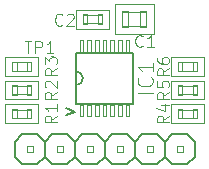
<source format=gto>
G04 #@! TF.FileFunction,Legend,Top*
%FSLAX46Y46*%
G04 Gerber Fmt 4.6, Leading zero omitted, Abs format (unit mm)*
G04 Created by KiCad (PCBNEW 4.0.1-stable) date 2017/03/04 23:15:11*
%MOMM*%
G01*
G04 APERTURE LIST*
%ADD10C,0.100000*%
%ADD11C,0.200000*%
%ADD12C,0.066040*%
%ADD13C,0.101600*%
%ADD14C,0.203200*%
%ADD15C,0.152400*%
%ADD16C,0.076200*%
%ADD17C,0.000001*%
G04 APERTURE END LIST*
D10*
D11*
X141719048Y-100114286D02*
X142480953Y-99828571D01*
X141719048Y-99542857D01*
D12*
X144797560Y-91601220D02*
X144449580Y-91601220D01*
X144449580Y-91601220D02*
X144449580Y-92398780D01*
X144797560Y-92398780D02*
X144449580Y-92398780D01*
X144797560Y-91601220D02*
X144797560Y-92398780D01*
X143550420Y-91601220D02*
X143202440Y-91601220D01*
X143202440Y-91601220D02*
X143202440Y-92398780D01*
X143550420Y-92398780D02*
X143202440Y-92398780D01*
X143550420Y-91601220D02*
X143550420Y-92398780D01*
X145399540Y-91202440D02*
X142600460Y-91202440D01*
X142600460Y-91202440D02*
X142600460Y-92797560D01*
X145399540Y-92797560D02*
X142600460Y-92797560D01*
X145399540Y-91202440D02*
X145399540Y-92797560D01*
D13*
X144723900Y-92347980D02*
X143276100Y-92347980D01*
X143276100Y-91652020D02*
X144723900Y-91652020D01*
D12*
X143201680Y-100197860D02*
X143201680Y-99247900D01*
X143201680Y-99247900D02*
X142901960Y-99247900D01*
X142901960Y-100197860D02*
X142901960Y-99247900D01*
X143201680Y-100197860D02*
X142901960Y-100197860D01*
X143851920Y-100197860D02*
X143851920Y-99247900D01*
X143851920Y-99247900D02*
X143552200Y-99247900D01*
X143552200Y-100197860D02*
X143552200Y-99247900D01*
X143851920Y-100197860D02*
X143552200Y-100197860D01*
X144502160Y-100197860D02*
X144502160Y-99247900D01*
X144502160Y-99247900D02*
X144202440Y-99247900D01*
X144202440Y-100197860D02*
X144202440Y-99247900D01*
X144502160Y-100197860D02*
X144202440Y-100197860D01*
X145149860Y-100197860D02*
X145149860Y-99247900D01*
X145149860Y-99247900D02*
X144850140Y-99247900D01*
X144850140Y-100197860D02*
X144850140Y-99247900D01*
X145149860Y-100197860D02*
X144850140Y-100197860D01*
X145797560Y-100197860D02*
X145797560Y-99247900D01*
X145797560Y-99247900D02*
X145497840Y-99247900D01*
X145497840Y-100197860D02*
X145497840Y-99247900D01*
X145797560Y-100197860D02*
X145497840Y-100197860D01*
X146447800Y-100197860D02*
X146447800Y-99247900D01*
X146447800Y-99247900D02*
X146148080Y-99247900D01*
X146148080Y-100197860D02*
X146148080Y-99247900D01*
X146447800Y-100197860D02*
X146148080Y-100197860D01*
X147098040Y-100197860D02*
X147098040Y-99247900D01*
X147098040Y-99247900D02*
X146798320Y-99247900D01*
X146798320Y-100197860D02*
X146798320Y-99247900D01*
X147098040Y-100197860D02*
X146798320Y-100197860D01*
X147098040Y-94752100D02*
X147098040Y-93802140D01*
X147098040Y-93802140D02*
X146798320Y-93802140D01*
X146798320Y-94752100D02*
X146798320Y-93802140D01*
X147098040Y-94752100D02*
X146798320Y-94752100D01*
X146447800Y-94752100D02*
X146447800Y-93802140D01*
X146447800Y-93802140D02*
X146148080Y-93802140D01*
X146148080Y-94752100D02*
X146148080Y-93802140D01*
X146447800Y-94752100D02*
X146148080Y-94752100D01*
X145797560Y-94752100D02*
X145797560Y-93802140D01*
X145797560Y-93802140D02*
X145497840Y-93802140D01*
X145497840Y-94752100D02*
X145497840Y-93802140D01*
X145797560Y-94752100D02*
X145497840Y-94752100D01*
X145149860Y-94752100D02*
X145149860Y-93802140D01*
X145149860Y-93802140D02*
X144850140Y-93802140D01*
X144850140Y-94752100D02*
X144850140Y-93802140D01*
X145149860Y-94752100D02*
X144850140Y-94752100D01*
X144502160Y-94752100D02*
X144502160Y-93802140D01*
X144502160Y-93802140D02*
X144202440Y-93802140D01*
X144202440Y-94752100D02*
X144202440Y-93802140D01*
X144502160Y-94752100D02*
X144202440Y-94752100D01*
X143851920Y-94752100D02*
X143851920Y-93802140D01*
X143851920Y-93802140D02*
X143552200Y-93802140D01*
X143552200Y-94752100D02*
X143552200Y-93802140D01*
X143851920Y-94752100D02*
X143552200Y-94752100D01*
X143201680Y-94752100D02*
X143201680Y-93802140D01*
X143201680Y-93802140D02*
X142901960Y-93802140D01*
X142901960Y-94752100D02*
X142901960Y-93802140D01*
X143201680Y-94752100D02*
X142901960Y-94752100D01*
D14*
X147446020Y-99146300D02*
X147446020Y-94853700D01*
X147446020Y-94853700D02*
X142553980Y-94853700D01*
X142553980Y-94853700D02*
X142553980Y-99146300D01*
X142553980Y-99146300D02*
X147446020Y-99146300D01*
X142553980Y-97599440D02*
G75*
G03X142553980Y-96400560I0J599440D01*
G01*
D12*
X148556000Y-103254000D02*
X149064000Y-103254000D01*
X149064000Y-103254000D02*
X149064000Y-102746000D01*
X148556000Y-102746000D02*
X149064000Y-102746000D01*
X148556000Y-103254000D02*
X148556000Y-102746000D01*
X146016000Y-103254000D02*
X146524000Y-103254000D01*
X146524000Y-103254000D02*
X146524000Y-102746000D01*
X146016000Y-102746000D02*
X146524000Y-102746000D01*
X146016000Y-103254000D02*
X146016000Y-102746000D01*
X143476000Y-103254000D02*
X143984000Y-103254000D01*
X143984000Y-103254000D02*
X143984000Y-102746000D01*
X143476000Y-102746000D02*
X143984000Y-102746000D01*
X143476000Y-103254000D02*
X143476000Y-102746000D01*
X140936000Y-103254000D02*
X141444000Y-103254000D01*
X141444000Y-103254000D02*
X141444000Y-102746000D01*
X140936000Y-102746000D02*
X141444000Y-102746000D01*
X140936000Y-103254000D02*
X140936000Y-102746000D01*
X138396000Y-103254000D02*
X138904000Y-103254000D01*
X138904000Y-103254000D02*
X138904000Y-102746000D01*
X138396000Y-102746000D02*
X138904000Y-102746000D01*
X138396000Y-103254000D02*
X138396000Y-102746000D01*
X151096000Y-103254000D02*
X151604000Y-103254000D01*
X151604000Y-103254000D02*
X151604000Y-102746000D01*
X151096000Y-102746000D02*
X151604000Y-102746000D01*
X151096000Y-103254000D02*
X151096000Y-102746000D01*
D15*
X145635000Y-101730000D02*
X146905000Y-101730000D01*
X146905000Y-101730000D02*
X147540000Y-102365000D01*
X147540000Y-102365000D02*
X147540000Y-103635000D01*
X147540000Y-103635000D02*
X146905000Y-104270000D01*
X147540000Y-102365000D02*
X148175000Y-101730000D01*
X148175000Y-101730000D02*
X149445000Y-101730000D01*
X149445000Y-101730000D02*
X150080000Y-102365000D01*
X150080000Y-102365000D02*
X150080000Y-103635000D01*
X150080000Y-103635000D02*
X149445000Y-104270000D01*
X149445000Y-104270000D02*
X148175000Y-104270000D01*
X148175000Y-104270000D02*
X147540000Y-103635000D01*
X142460000Y-102365000D02*
X143095000Y-101730000D01*
X143095000Y-101730000D02*
X144365000Y-101730000D01*
X144365000Y-101730000D02*
X145000000Y-102365000D01*
X145000000Y-102365000D02*
X145000000Y-103635000D01*
X145000000Y-103635000D02*
X144365000Y-104270000D01*
X144365000Y-104270000D02*
X143095000Y-104270000D01*
X143095000Y-104270000D02*
X142460000Y-103635000D01*
X145635000Y-101730000D02*
X145000000Y-102365000D01*
X145000000Y-103635000D02*
X145635000Y-104270000D01*
X146905000Y-104270000D02*
X145635000Y-104270000D01*
X138015000Y-101730000D02*
X139285000Y-101730000D01*
X139285000Y-101730000D02*
X139920000Y-102365000D01*
X139920000Y-102365000D02*
X139920000Y-103635000D01*
X139920000Y-103635000D02*
X139285000Y-104270000D01*
X139920000Y-102365000D02*
X140555000Y-101730000D01*
X140555000Y-101730000D02*
X141825000Y-101730000D01*
X141825000Y-101730000D02*
X142460000Y-102365000D01*
X142460000Y-102365000D02*
X142460000Y-103635000D01*
X142460000Y-103635000D02*
X141825000Y-104270000D01*
X141825000Y-104270000D02*
X140555000Y-104270000D01*
X140555000Y-104270000D02*
X139920000Y-103635000D01*
X137380000Y-102365000D02*
X137380000Y-103635000D01*
X138015000Y-101730000D02*
X137380000Y-102365000D01*
X137380000Y-103635000D02*
X138015000Y-104270000D01*
X139285000Y-104270000D02*
X138015000Y-104270000D01*
X150715000Y-101730000D02*
X151985000Y-101730000D01*
X151985000Y-101730000D02*
X152620000Y-102365000D01*
X152620000Y-102365000D02*
X152620000Y-103635000D01*
X152620000Y-103635000D02*
X151985000Y-104270000D01*
X150715000Y-101730000D02*
X150080000Y-102365000D01*
X150080000Y-103635000D02*
X150715000Y-104270000D01*
X151985000Y-104270000D02*
X150715000Y-104270000D01*
D12*
X138797560Y-99601220D02*
X138449580Y-99601220D01*
X138449580Y-99601220D02*
X138449580Y-100398780D01*
X138797560Y-100398780D02*
X138449580Y-100398780D01*
X138797560Y-99601220D02*
X138797560Y-100398780D01*
X137550420Y-99601220D02*
X137202440Y-99601220D01*
X137202440Y-99601220D02*
X137202440Y-100398780D01*
X137550420Y-100398780D02*
X137202440Y-100398780D01*
X137550420Y-99601220D02*
X137550420Y-100398780D01*
X139399540Y-99202440D02*
X136600460Y-99202440D01*
X136600460Y-99202440D02*
X136600460Y-100797560D01*
X139399540Y-100797560D02*
X136600460Y-100797560D01*
X139399540Y-99202440D02*
X139399540Y-100797560D01*
D13*
X138723900Y-100347980D02*
X137276100Y-100347980D01*
X137276100Y-99652020D02*
X138723900Y-99652020D01*
D12*
X138797560Y-97601220D02*
X138449580Y-97601220D01*
X138449580Y-97601220D02*
X138449580Y-98398780D01*
X138797560Y-98398780D02*
X138449580Y-98398780D01*
X138797560Y-97601220D02*
X138797560Y-98398780D01*
X137550420Y-97601220D02*
X137202440Y-97601220D01*
X137202440Y-97601220D02*
X137202440Y-98398780D01*
X137550420Y-98398780D02*
X137202440Y-98398780D01*
X137550420Y-97601220D02*
X137550420Y-98398780D01*
X139399540Y-97202440D02*
X136600460Y-97202440D01*
X136600460Y-97202440D02*
X136600460Y-98797560D01*
X139399540Y-98797560D02*
X136600460Y-98797560D01*
X139399540Y-97202440D02*
X139399540Y-98797560D01*
D13*
X138723900Y-98347980D02*
X137276100Y-98347980D01*
X137276100Y-97652020D02*
X138723900Y-97652020D01*
D12*
X138797560Y-95601220D02*
X138449580Y-95601220D01*
X138449580Y-95601220D02*
X138449580Y-96398780D01*
X138797560Y-96398780D02*
X138449580Y-96398780D01*
X138797560Y-95601220D02*
X138797560Y-96398780D01*
X137550420Y-95601220D02*
X137202440Y-95601220D01*
X137202440Y-95601220D02*
X137202440Y-96398780D01*
X137550420Y-96398780D02*
X137202440Y-96398780D01*
X137550420Y-95601220D02*
X137550420Y-96398780D01*
X139399540Y-95202440D02*
X136600460Y-95202440D01*
X136600460Y-95202440D02*
X136600460Y-96797560D01*
X139399540Y-96797560D02*
X136600460Y-96797560D01*
X139399540Y-95202440D02*
X139399540Y-96797560D01*
D13*
X138723900Y-96347980D02*
X137276100Y-96347980D01*
X137276100Y-95652020D02*
X138723900Y-95652020D01*
D12*
X151202440Y-100398780D02*
X151550420Y-100398780D01*
X151550420Y-100398780D02*
X151550420Y-99601220D01*
X151202440Y-99601220D02*
X151550420Y-99601220D01*
X151202440Y-100398780D02*
X151202440Y-99601220D01*
X152449580Y-100398780D02*
X152797560Y-100398780D01*
X152797560Y-100398780D02*
X152797560Y-99601220D01*
X152449580Y-99601220D02*
X152797560Y-99601220D01*
X152449580Y-100398780D02*
X152449580Y-99601220D01*
X150600460Y-100797560D02*
X153399540Y-100797560D01*
X153399540Y-100797560D02*
X153399540Y-99202440D01*
X150600460Y-99202440D02*
X153399540Y-99202440D01*
X150600460Y-100797560D02*
X150600460Y-99202440D01*
D13*
X151276100Y-99652020D02*
X152723900Y-99652020D01*
X152723900Y-100347980D02*
X151276100Y-100347980D01*
D12*
X151202440Y-98398780D02*
X151550420Y-98398780D01*
X151550420Y-98398780D02*
X151550420Y-97601220D01*
X151202440Y-97601220D02*
X151550420Y-97601220D01*
X151202440Y-98398780D02*
X151202440Y-97601220D01*
X152449580Y-98398780D02*
X152797560Y-98398780D01*
X152797560Y-98398780D02*
X152797560Y-97601220D01*
X152449580Y-97601220D02*
X152797560Y-97601220D01*
X152449580Y-98398780D02*
X152449580Y-97601220D01*
X150600460Y-98797560D02*
X153399540Y-98797560D01*
X153399540Y-98797560D02*
X153399540Y-97202440D01*
X150600460Y-97202440D02*
X153399540Y-97202440D01*
X150600460Y-98797560D02*
X150600460Y-97202440D01*
D13*
X151276100Y-97652020D02*
X152723900Y-97652020D01*
X152723900Y-98347980D02*
X151276100Y-98347980D01*
D12*
X151202440Y-96398780D02*
X151550420Y-96398780D01*
X151550420Y-96398780D02*
X151550420Y-95601220D01*
X151202440Y-95601220D02*
X151550420Y-95601220D01*
X151202440Y-96398780D02*
X151202440Y-95601220D01*
X152449580Y-96398780D02*
X152797560Y-96398780D01*
X152797560Y-96398780D02*
X152797560Y-95601220D01*
X152449580Y-95601220D02*
X152797560Y-95601220D01*
X152449580Y-96398780D02*
X152449580Y-95601220D01*
X150600460Y-96797560D02*
X153399540Y-96797560D01*
X153399540Y-96797560D02*
X153399540Y-95202440D01*
X150600460Y-95202440D02*
X153399540Y-95202440D01*
X150600460Y-96797560D02*
X150600460Y-95202440D01*
D13*
X151276100Y-95652020D02*
X152723900Y-95652020D01*
X152723900Y-96347980D02*
X151276100Y-96347980D01*
D12*
X146501780Y-92647700D02*
X147002160Y-92647700D01*
X147002160Y-92647700D02*
X147002160Y-91352300D01*
X146501780Y-91352300D02*
X147002160Y-91352300D01*
X146501780Y-92647700D02*
X146501780Y-91352300D01*
X147997840Y-92647700D02*
X148498220Y-92647700D01*
X148498220Y-92647700D02*
X148498220Y-91352300D01*
X147997840Y-91352300D02*
X148498220Y-91352300D01*
X147997840Y-92647700D02*
X147997840Y-91352300D01*
X145851540Y-93249680D02*
X149148460Y-93249680D01*
X149148460Y-93249680D02*
X149148460Y-90750320D01*
X145851540Y-90750320D02*
X149148460Y-90750320D01*
X145851540Y-93249680D02*
X145851540Y-90750320D01*
D13*
X146575440Y-91400560D02*
X148424560Y-91400560D01*
X148424560Y-92599440D02*
X146575440Y-92599440D01*
D16*
X141430667Y-92462857D02*
X141382286Y-92511238D01*
X141237143Y-92559619D01*
X141140381Y-92559619D01*
X140995239Y-92511238D01*
X140898477Y-92414476D01*
X140850096Y-92317714D01*
X140801715Y-92124190D01*
X140801715Y-91979048D01*
X140850096Y-91785524D01*
X140898477Y-91688762D01*
X140995239Y-91592000D01*
X141140381Y-91543619D01*
X141237143Y-91543619D01*
X141382286Y-91592000D01*
X141430667Y-91640381D01*
X141817715Y-91640381D02*
X141866096Y-91592000D01*
X141962858Y-91543619D01*
X142204762Y-91543619D01*
X142301524Y-91592000D01*
X142349905Y-91640381D01*
X142398286Y-91737143D01*
X142398286Y-91833905D01*
X142349905Y-91979048D01*
X141769334Y-92559619D01*
X142398286Y-92559619D01*
D13*
X149074524Y-98239762D02*
X147804524Y-98239762D01*
X148953571Y-96909286D02*
X149014048Y-96969762D01*
X149074524Y-97151191D01*
X149074524Y-97272143D01*
X149014048Y-97453571D01*
X148893095Y-97574524D01*
X148772143Y-97635000D01*
X148530238Y-97695476D01*
X148348810Y-97695476D01*
X148106905Y-97635000D01*
X147985952Y-97574524D01*
X147865000Y-97453571D01*
X147804524Y-97272143D01*
X147804524Y-97151191D01*
X147865000Y-96969762D01*
X147925476Y-96909286D01*
X149074524Y-95699762D02*
X149074524Y-96425476D01*
X149074524Y-96062619D02*
X147804524Y-96062619D01*
X147985952Y-96183571D01*
X148106905Y-96304524D01*
X148167381Y-96425476D01*
D16*
X140959619Y-100169333D02*
X140475810Y-100507999D01*
X140959619Y-100749904D02*
X139943619Y-100749904D01*
X139943619Y-100362857D01*
X139992000Y-100266095D01*
X140040381Y-100217714D01*
X140137143Y-100169333D01*
X140282286Y-100169333D01*
X140379048Y-100217714D01*
X140427429Y-100266095D01*
X140475810Y-100362857D01*
X140475810Y-100749904D01*
X140959619Y-99201714D02*
X140959619Y-99782285D01*
X140959619Y-99491999D02*
X139943619Y-99491999D01*
X140088762Y-99588761D01*
X140185524Y-99685523D01*
X140233905Y-99782285D01*
X140959619Y-98169333D02*
X140475810Y-98507999D01*
X140959619Y-98749904D02*
X139943619Y-98749904D01*
X139943619Y-98362857D01*
X139992000Y-98266095D01*
X140040381Y-98217714D01*
X140137143Y-98169333D01*
X140282286Y-98169333D01*
X140379048Y-98217714D01*
X140427429Y-98266095D01*
X140475810Y-98362857D01*
X140475810Y-98749904D01*
X140040381Y-97782285D02*
X139992000Y-97733904D01*
X139943619Y-97637142D01*
X139943619Y-97395238D01*
X139992000Y-97298476D01*
X140040381Y-97250095D01*
X140137143Y-97201714D01*
X140233905Y-97201714D01*
X140379048Y-97250095D01*
X140959619Y-97830666D01*
X140959619Y-97201714D01*
X140959619Y-96169333D02*
X140475810Y-96507999D01*
X140959619Y-96749904D02*
X139943619Y-96749904D01*
X139943619Y-96362857D01*
X139992000Y-96266095D01*
X140040381Y-96217714D01*
X140137143Y-96169333D01*
X140282286Y-96169333D01*
X140379048Y-96217714D01*
X140427429Y-96266095D01*
X140475810Y-96362857D01*
X140475810Y-96749904D01*
X139943619Y-95830666D02*
X139943619Y-95201714D01*
X140330667Y-95540380D01*
X140330667Y-95395238D01*
X140379048Y-95298476D01*
X140427429Y-95250095D01*
X140524190Y-95201714D01*
X140766095Y-95201714D01*
X140862857Y-95250095D01*
X140911238Y-95298476D01*
X140959619Y-95395238D01*
X140959619Y-95685523D01*
X140911238Y-95782285D01*
X140862857Y-95830666D01*
X150459619Y-100169333D02*
X149975810Y-100507999D01*
X150459619Y-100749904D02*
X149443619Y-100749904D01*
X149443619Y-100362857D01*
X149492000Y-100266095D01*
X149540381Y-100217714D01*
X149637143Y-100169333D01*
X149782286Y-100169333D01*
X149879048Y-100217714D01*
X149927429Y-100266095D01*
X149975810Y-100362857D01*
X149975810Y-100749904D01*
X149782286Y-99298476D02*
X150459619Y-99298476D01*
X149395238Y-99540380D02*
X150120952Y-99782285D01*
X150120952Y-99153333D01*
X150459619Y-98169333D02*
X149975810Y-98507999D01*
X150459619Y-98749904D02*
X149443619Y-98749904D01*
X149443619Y-98362857D01*
X149492000Y-98266095D01*
X149540381Y-98217714D01*
X149637143Y-98169333D01*
X149782286Y-98169333D01*
X149879048Y-98217714D01*
X149927429Y-98266095D01*
X149975810Y-98362857D01*
X149975810Y-98749904D01*
X149443619Y-97250095D02*
X149443619Y-97733904D01*
X149927429Y-97782285D01*
X149879048Y-97733904D01*
X149830667Y-97637142D01*
X149830667Y-97395238D01*
X149879048Y-97298476D01*
X149927429Y-97250095D01*
X150024190Y-97201714D01*
X150266095Y-97201714D01*
X150362857Y-97250095D01*
X150411238Y-97298476D01*
X150459619Y-97395238D01*
X150459619Y-97637142D01*
X150411238Y-97733904D01*
X150362857Y-97782285D01*
X150459619Y-96169333D02*
X149975810Y-96507999D01*
X150459619Y-96749904D02*
X149443619Y-96749904D01*
X149443619Y-96362857D01*
X149492000Y-96266095D01*
X149540381Y-96217714D01*
X149637143Y-96169333D01*
X149782286Y-96169333D01*
X149879048Y-96217714D01*
X149927429Y-96266095D01*
X149975810Y-96362857D01*
X149975810Y-96749904D01*
X149443619Y-95298476D02*
X149443619Y-95491999D01*
X149492000Y-95588761D01*
X149540381Y-95637142D01*
X149685524Y-95733904D01*
X149879048Y-95782285D01*
X150266095Y-95782285D01*
X150362857Y-95733904D01*
X150411238Y-95685523D01*
X150459619Y-95588761D01*
X150459619Y-95395238D01*
X150411238Y-95298476D01*
X150362857Y-95250095D01*
X150266095Y-95201714D01*
X150024190Y-95201714D01*
X149927429Y-95250095D01*
X149879048Y-95298476D01*
X149830667Y-95395238D01*
X149830667Y-95588761D01*
X149879048Y-95685523D01*
X149927429Y-95733904D01*
X150024190Y-95782285D01*
D13*
X138238095Y-93852381D02*
X138809524Y-93852381D01*
X138523809Y-94852381D02*
X138523809Y-93852381D01*
X139142857Y-94852381D02*
X139142857Y-93852381D01*
X139523810Y-93852381D01*
X139619048Y-93900000D01*
X139666667Y-93947619D01*
X139714286Y-94042857D01*
X139714286Y-94185714D01*
X139666667Y-94280952D01*
X139619048Y-94328571D01*
X139523810Y-94376190D01*
X139142857Y-94376190D01*
X140666667Y-94852381D02*
X140095238Y-94852381D01*
X140380952Y-94852381D02*
X140380952Y-93852381D01*
X140285714Y-93995238D01*
X140190476Y-94090476D01*
X140095238Y-94138095D01*
D17*
X140476277Y-95108390D02*
X140490791Y-95108390D01*
X140483534Y-95133790D02*
X140483534Y-95108390D01*
X140499258Y-95133790D02*
X140499258Y-95108390D01*
X140508934Y-95108390D01*
X140511353Y-95109600D01*
X140512562Y-95110810D01*
X140513772Y-95113229D01*
X140513772Y-95116857D01*
X140512562Y-95119276D01*
X140511353Y-95120486D01*
X140508934Y-95121695D01*
X140499258Y-95121695D01*
X140521029Y-95108390D02*
X140535543Y-95108390D01*
X140528286Y-95133790D02*
X140528286Y-95108390D01*
X140544010Y-95133790D02*
X140544010Y-95108390D01*
X140553686Y-95108390D01*
X140556105Y-95109600D01*
X140557314Y-95110810D01*
X140558524Y-95113229D01*
X140558524Y-95116857D01*
X140557314Y-95119276D01*
X140556105Y-95120486D01*
X140553686Y-95121695D01*
X140544010Y-95121695D01*
X140568200Y-95110810D02*
X140569410Y-95109600D01*
X140571829Y-95108390D01*
X140577876Y-95108390D01*
X140580295Y-95109600D01*
X140581505Y-95110810D01*
X140582714Y-95113229D01*
X140582714Y-95115648D01*
X140581505Y-95119276D01*
X140566991Y-95133790D01*
X140582714Y-95133790D01*
X140598438Y-95108390D02*
X140600857Y-95108390D01*
X140603276Y-95109600D01*
X140604485Y-95110810D01*
X140605695Y-95113229D01*
X140606904Y-95118067D01*
X140606904Y-95124114D01*
X140605695Y-95128952D01*
X140604485Y-95131371D01*
X140603276Y-95132581D01*
X140600857Y-95133790D01*
X140598438Y-95133790D01*
X140596019Y-95132581D01*
X140594809Y-95131371D01*
X140593600Y-95128952D01*
X140592390Y-95124114D01*
X140592390Y-95118067D01*
X140593600Y-95113229D01*
X140594809Y-95110810D01*
X140596019Y-95109600D01*
X140598438Y-95108390D01*
X140616580Y-95132581D02*
X140620209Y-95133790D01*
X140626256Y-95133790D01*
X140628675Y-95132581D01*
X140629885Y-95131371D01*
X140631094Y-95128952D01*
X140631094Y-95126533D01*
X140629885Y-95124114D01*
X140628675Y-95122905D01*
X140626256Y-95121695D01*
X140621418Y-95120486D01*
X140618999Y-95119276D01*
X140617790Y-95118067D01*
X140616580Y-95115648D01*
X140616580Y-95113229D01*
X140617790Y-95110810D01*
X140618999Y-95109600D01*
X140621418Y-95108390D01*
X140627466Y-95108390D01*
X140631094Y-95109600D01*
X140658913Y-95136210D02*
X140656494Y-95135000D01*
X140654075Y-95132581D01*
X140650446Y-95128952D01*
X140648027Y-95127743D01*
X140645608Y-95127743D01*
X140646818Y-95133790D02*
X140644399Y-95132581D01*
X140641980Y-95130162D01*
X140640770Y-95125324D01*
X140640770Y-95116857D01*
X140641980Y-95112019D01*
X140644399Y-95109600D01*
X140646818Y-95108390D01*
X140651656Y-95108390D01*
X140654075Y-95109600D01*
X140656494Y-95112019D01*
X140657703Y-95116857D01*
X140657703Y-95125324D01*
X140656494Y-95130162D01*
X140654075Y-95132581D01*
X140651656Y-95133790D01*
X140646818Y-95133790D01*
D16*
X148230667Y-94262857D02*
X148182286Y-94311238D01*
X148037143Y-94359619D01*
X147940381Y-94359619D01*
X147795239Y-94311238D01*
X147698477Y-94214476D01*
X147650096Y-94117714D01*
X147601715Y-93924190D01*
X147601715Y-93779048D01*
X147650096Y-93585524D01*
X147698477Y-93488762D01*
X147795239Y-93392000D01*
X147940381Y-93343619D01*
X148037143Y-93343619D01*
X148182286Y-93392000D01*
X148230667Y-93440381D01*
X149198286Y-94359619D02*
X148617715Y-94359619D01*
X148908001Y-94359619D02*
X148908001Y-93343619D01*
X148811239Y-93488762D01*
X148714477Y-93585524D01*
X148617715Y-93633905D01*
M02*

</source>
